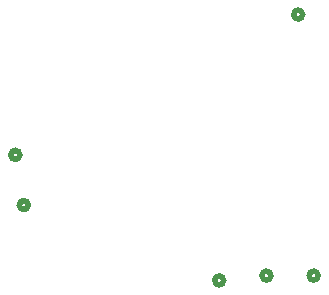
<source format=gbr>
%TF.GenerationSoftware,KiCad,Pcbnew,8.0.5*%
%TF.CreationDate,2025-05-01T09:18:44+02:00*%
%TF.ProjectId,ZED_F9P_minimal,5a45445f-4639-4505-9f6d-696e696d616c,rev?*%
%TF.SameCoordinates,Original*%
%TF.FileFunction,Legend,Bot*%
%TF.FilePolarity,Positive*%
%FSLAX46Y46*%
G04 Gerber Fmt 4.6, Leading zero omitted, Abs format (unit mm)*
G04 Created by KiCad (PCBNEW 8.0.5) date 2025-05-01 09:18:44*
%MOMM*%
%LPD*%
G01*
G04 APERTURE LIST*
%ADD10C,0.508000*%
G04 APERTURE END LIST*
D10*
%TO.C,TP4*%
X46423500Y-43050000D02*
G75*
G02*
X45661500Y-43050000I-381000J0D01*
G01*
X45661500Y-43050000D02*
G75*
G02*
X46423500Y-43050000I381000J0D01*
G01*
%TO.C,JP1*%
X67681000Y-53269700D02*
G75*
G02*
X66919000Y-53269700I-381000J0D01*
G01*
X66919000Y-53269700D02*
G75*
G02*
X67681000Y-53269700I381000J0D01*
G01*
%TO.C,INPUTS1*%
X47143001Y-47300000D02*
G75*
G02*
X46381001Y-47300000I-381000J0D01*
G01*
X46381001Y-47300000D02*
G75*
G02*
X47143001Y-47300000I381000J0D01*
G01*
%TO.C,JP4*%
X70369850Y-31169149D02*
G75*
G02*
X69607850Y-31169149I-381000J0D01*
G01*
X69607850Y-31169149D02*
G75*
G02*
X70369850Y-31169149I381000J0D01*
G01*
%TO.C,TP2*%
X63681000Y-53681300D02*
G75*
G02*
X62919000Y-53681300I-381000J0D01*
G01*
X62919000Y-53681300D02*
G75*
G02*
X63681000Y-53681300I381000J0D01*
G01*
%TO.C,JP2*%
X71681000Y-53269700D02*
G75*
G02*
X70919000Y-53269700I-381000J0D01*
G01*
X70919000Y-53269700D02*
G75*
G02*
X71681000Y-53269700I381000J0D01*
G01*
%TD*%
M02*

</source>
